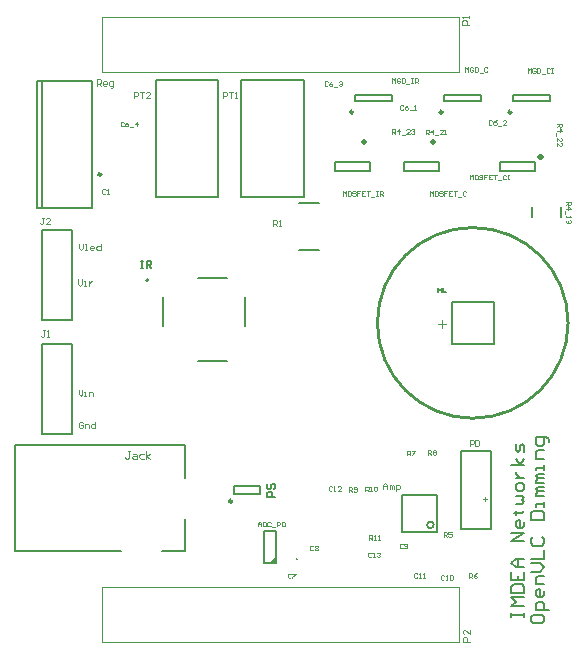
<source format=gto>
G04*
G04 #@! TF.GenerationSoftware,Altium Limited,Altium Designer,23.2.1 (34)*
G04*
G04 Layer_Color=65535*
%FSLAX44Y44*%
%MOMM*%
G71*
G04*
G04 #@! TF.SameCoordinates,98CE878A-1806-4984-BA15-9BEB6A1E334D*
G04*
G04*
G04 #@! TF.FilePolarity,Positive*
G04*
G01*
G75*
%ADD10C,0.2500*%
%ADD11C,0.1540*%
%ADD12C,0.2000*%
%ADD13C,0.2540*%
%ADD14C,0.1524*%
%ADD15C,0.0254*%
%ADD16C,0.1270*%
%ADD17C,0.1500*%
%ADD18C,0.0540*%
%ADD19C,0.0754*%
%ADD20C,0.1000*%
%ADD21C,0.0500*%
%ADD22C,0.5000*%
%ADD23C,0.0400*%
%ADD24C,0.1400*%
G36*
X227215Y74027D02*
X221605D01*
X227215Y79637D01*
Y74027D01*
D02*
G37*
D10*
X79385Y403293D02*
G03*
X79385Y403293I-1250J0D01*
G01*
X190235Y126493D02*
G03*
X190235Y126493I-1250J0D01*
G01*
X292694Y456047D02*
G03*
X292694Y456047I-1250J0D01*
G01*
X426549Y455871D02*
G03*
X426549Y455871I-1250J0D01*
G01*
X368402D02*
G03*
X368402Y455871I-1250J0D01*
G01*
D11*
X360857Y106489D02*
G03*
X360857Y106489I-2828J0D01*
G01*
X226404Y130138D02*
X219886D01*
Y133397D01*
X220972Y134483D01*
X223145D01*
X224231Y133397D01*
Y130138D01*
X220972Y141001D02*
X219886Y139915D01*
Y137742D01*
X220972Y136656D01*
X222059D01*
X223145Y137742D01*
Y139915D01*
X224231Y141001D01*
X225317D01*
X226404Y139915D01*
Y137742D01*
X225317Y136656D01*
D12*
X119388Y313529D02*
G03*
X119388Y313529I-1000J0D01*
G01*
X246448Y339223D02*
X263948D01*
X246448Y378723D02*
X263948D01*
X24635Y482193D02*
X71635D01*
X24635Y375193D02*
X71635D01*
Y482193D01*
X24635Y375193D02*
Y482193D01*
X29635Y375193D02*
Y482193D01*
X54485Y183145D02*
Y259345D01*
X29085D02*
X54485D01*
X29085Y183145D02*
Y259345D01*
Y183145D02*
X54485D01*
Y280146D02*
Y356346D01*
X29085D02*
X54485D01*
X29085Y280146D02*
Y356346D01*
Y280146D02*
X54485D01*
X334029Y100718D02*
Y131718D01*
X364029D01*
Y100718D02*
Y131718D01*
X334029Y100718D02*
X364029D01*
X191985Y138992D02*
X213985D01*
X191985Y132992D02*
X213985D01*
Y138992D01*
X191985Y132992D02*
Y138992D01*
X468447Y367557D02*
Y375557D01*
X444448Y367557D02*
Y375557D01*
X384151Y169452D02*
X409551D01*
X384151Y103350D02*
Y169452D01*
Y103350D02*
X409551D01*
Y169452D01*
X325194Y465547D02*
Y470547D01*
X294194D02*
X325194D01*
X294194Y465547D02*
X325194D01*
X294194D02*
Y470547D01*
X428049Y465371D02*
Y470371D01*
X459049Y465371D02*
Y470371D01*
X428049Y465371D02*
X459049D01*
X428049Y470371D02*
X459049D01*
X369903Y465371D02*
Y470371D01*
X400902Y465371D02*
Y470371D01*
X369903Y465371D02*
X400902D01*
X369903Y470371D02*
X400902D01*
D13*
X474679Y277494D02*
G03*
X474679Y277494I-80725J0D01*
G01*
D14*
X125711Y384379D02*
Y482931D01*
X178289D01*
X125711Y384379D02*
X178289D01*
Y482931D01*
X250676Y384379D02*
Y482931D01*
X198098D02*
X250676D01*
X198098Y384379D02*
Y482931D01*
Y384379D02*
X250676D01*
D15*
X80083Y489773D02*
Y536509D01*
Y489773D02*
X382446D01*
Y536509D01*
X80083D02*
X382446D01*
X80083Y53909D02*
X382446D01*
Y7173D02*
Y53909D01*
X80083Y7173D02*
X382446D01*
X80083D02*
Y53909D01*
D16*
X131388Y275230D02*
Y299730D01*
X161388Y245229D02*
X185888D01*
X201388Y275230D02*
Y299730D01*
X161388Y315230D02*
X185888D01*
X6124Y84042D02*
Y174045D01*
Y84042D02*
X96124D01*
X6124Y174045D02*
X150124D01*
Y146544D02*
Y174045D01*
X130625Y84042D02*
X150124D01*
Y111543D01*
X376051Y259405D02*
Y295404D01*
Y259405D02*
X412051D01*
Y295404D01*
X376051D02*
X412051D01*
X277672Y413366D02*
X306672D01*
X277672Y405746D02*
Y413366D01*
Y405746D02*
X306672D01*
Y413366D01*
X446340Y405843D02*
Y413463D01*
X417340Y405843D02*
X446340D01*
X417340D02*
Y413463D01*
X446340D01*
X364986Y405843D02*
Y413463D01*
X335985Y405843D02*
X364986D01*
X335985D02*
Y413463D01*
X364986D01*
X227215Y74027D02*
Y101026D01*
X217055D02*
X227215D01*
X217055Y74027D02*
Y101026D01*
Y74027D02*
X227215D01*
D17*
X426754Y28512D02*
Y32178D01*
Y30345D01*
X437750D01*
Y28512D01*
Y32178D01*
Y37676D02*
X426754D01*
X430420Y41341D01*
X426754Y45007D01*
X437750D01*
X426754Y48672D02*
X437750D01*
Y54170D01*
X435918Y56003D01*
X428587D01*
X426754Y54170D01*
Y48672D01*
Y67000D02*
Y59669D01*
X437750D01*
Y67000D01*
X432252Y59669D02*
Y63334D01*
X437750Y70665D02*
X430420D01*
X426754Y74331D01*
X430420Y77996D01*
X437750D01*
X432252D01*
Y70665D01*
X437750Y92658D02*
X426754D01*
X437750Y99989D01*
X426754D01*
X437750Y109153D02*
Y105487D01*
X435918Y103654D01*
X432252D01*
X430420Y105487D01*
Y109153D01*
X432252Y110985D01*
X434085D01*
Y103654D01*
X428587Y116484D02*
X430420D01*
Y114651D01*
Y118316D01*
Y116484D01*
X435918D01*
X437750Y118316D01*
X430420Y123814D02*
X435918D01*
X437750Y125647D01*
X435918Y127480D01*
X437750Y129313D01*
X435918Y131145D01*
X430420D01*
X437750Y136644D02*
Y140309D01*
X435918Y142142D01*
X432252D01*
X430420Y140309D01*
Y136644D01*
X432252Y134811D01*
X435918D01*
X437750Y136644D01*
X430420Y145807D02*
X437750D01*
X434085D01*
X432252Y147640D01*
X430420Y149473D01*
Y151306D01*
X437750Y156804D02*
X426754D01*
X434085D02*
X430420Y162302D01*
X434085Y156804D02*
X437750Y162302D01*
Y167800D02*
Y173299D01*
X435918Y175131D01*
X434085Y173299D01*
Y169633D01*
X432252Y167800D01*
X430420Y169633D01*
Y175131D01*
X443550Y28512D02*
Y24846D01*
X445382Y23014D01*
X452713D01*
X454546Y24846D01*
Y28512D01*
X452713Y30345D01*
X445382D01*
X443550Y28512D01*
X458212Y34010D02*
X447215D01*
Y39509D01*
X449048Y41341D01*
X452713D01*
X454546Y39509D01*
Y34010D01*
Y50505D02*
Y46839D01*
X452713Y45007D01*
X449048D01*
X447215Y46839D01*
Y50505D01*
X449048Y52338D01*
X450881D01*
Y45007D01*
X454546Y56003D02*
X447215D01*
Y61501D01*
X449048Y63334D01*
X454546D01*
X443550Y67000D02*
X450881D01*
X454546Y70665D01*
X450881Y74331D01*
X443550D01*
Y77996D02*
X454546D01*
Y85327D01*
X445382Y96323D02*
X443550Y94491D01*
Y90825D01*
X445382Y88993D01*
X452713D01*
X454546Y90825D01*
Y94491D01*
X452713Y96323D01*
X443550Y110985D02*
X454546D01*
Y116484D01*
X452713Y118316D01*
X445382D01*
X443550Y116484D01*
Y110985D01*
X454546Y121982D02*
Y125647D01*
Y123814D01*
X447215D01*
Y121982D01*
X454546Y131145D02*
X447215D01*
Y132978D01*
X449048Y134811D01*
X454546D01*
X449048D01*
X447215Y136644D01*
X449048Y138476D01*
X454546D01*
Y142142D02*
X447215D01*
Y143975D01*
X449048Y145807D01*
X454546D01*
X449048D01*
X447215Y147640D01*
X449048Y149473D01*
X454546D01*
Y153138D02*
Y156804D01*
Y154971D01*
X447215D01*
Y153138D01*
X454546Y162302D02*
X447215D01*
Y167800D01*
X449048Y169633D01*
X454546D01*
X458212Y176964D02*
Y178797D01*
X456379Y180630D01*
X447215D01*
Y175131D01*
X449048Y173299D01*
X452713D01*
X454546Y175131D01*
Y180630D01*
D18*
X60188Y220649D02*
Y217317D01*
X61854Y215651D01*
X63520Y217317D01*
Y220649D01*
X65186Y215651D02*
X66852D01*
X66019D01*
Y218983D01*
X65186D01*
X69351Y215651D02*
Y218983D01*
X71851D01*
X72684Y218150D01*
Y215651D01*
X63816Y192763D02*
X62983Y193596D01*
X61317D01*
X60484Y192763D01*
Y189430D01*
X61317Y188597D01*
X62983D01*
X63816Y189430D01*
Y191096D01*
X62150D01*
X65482Y188597D02*
Y191929D01*
X67982D01*
X68815Y191096D01*
Y188597D01*
X73813Y193596D02*
Y188597D01*
X71314D01*
X70481Y189430D01*
Y191096D01*
X71314Y191929D01*
X73813D01*
X224970Y359249D02*
Y364487D01*
X227590D01*
X228463Y363614D01*
Y361868D01*
X227590Y360995D01*
X224970D01*
X226716D02*
X228463Y359249D01*
X230209D02*
X231955D01*
X231082D01*
Y364487D01*
X230209Y363614D01*
X75657Y478430D02*
Y483668D01*
X78276D01*
X79149Y482795D01*
Y481049D01*
X78276Y480176D01*
X75657D01*
X77403D02*
X79149Y478430D01*
X83514D02*
X81768D01*
X80895Y479303D01*
Y481049D01*
X81768Y481922D01*
X83514D01*
X84387Y481049D01*
Y480176D01*
X80895D01*
X87879Y476684D02*
X88752D01*
X89625Y477557D01*
Y481922D01*
X87006D01*
X86133Y481049D01*
Y479303D01*
X87006Y478430D01*
X89625D01*
X31094Y366214D02*
X29348D01*
X30221D01*
Y361849D01*
X29348Y360976D01*
X28475D01*
X27602Y361849D01*
X36332Y360976D02*
X32840D01*
X36332Y364468D01*
Y365341D01*
X35459Y366214D01*
X33713D01*
X32840Y365341D01*
X32030Y271142D02*
X30284D01*
X31157D01*
Y266777D01*
X30284Y265904D01*
X29411D01*
X28538Y266777D01*
X33776Y265904D02*
X35522D01*
X34649D01*
Y271142D01*
X33776Y270269D01*
X318270Y137084D02*
Y140576D01*
X320016Y142322D01*
X321762Y140576D01*
Y137084D01*
Y139703D01*
X318270D01*
X323508Y137084D02*
Y140576D01*
X324381D01*
X325254Y139703D01*
Y137084D01*
Y139703D01*
X326127Y140576D01*
X327000Y139703D01*
Y137084D01*
X328746Y135338D02*
Y140576D01*
X331366D01*
X332239Y139703D01*
Y137957D01*
X331366Y137084D01*
X328746D01*
D19*
X60541Y344698D02*
Y341206D01*
X62287Y339460D01*
X64033Y341206D01*
Y344698D01*
X65779Y339460D02*
X67526D01*
X66652D01*
Y344698D01*
X65779D01*
X72764Y339460D02*
X71018D01*
X70145Y340333D01*
Y342079D01*
X71018Y342952D01*
X72764D01*
X73637Y342079D01*
Y341206D01*
X70145D01*
X78875Y344698D02*
Y339460D01*
X76256D01*
X75383Y340333D01*
Y342079D01*
X76256Y342952D01*
X78875D01*
X59704Y314296D02*
Y310804D01*
X61450Y309058D01*
X63197Y310804D01*
Y314296D01*
X64943Y309058D02*
X66689D01*
X65816D01*
Y312550D01*
X64943D01*
X69308D02*
Y309058D01*
Y310804D01*
X70181Y311677D01*
X71054Y312550D01*
X71927D01*
D20*
X364396Y276467D02*
X371060D01*
X367728Y279799D02*
Y273134D01*
X107425Y467629D02*
Y472628D01*
X109924D01*
X110757Y471795D01*
Y470129D01*
X109924Y469296D01*
X107425D01*
X112423Y472628D02*
X115756D01*
X114089D01*
Y467629D01*
X120754D02*
X117422D01*
X120754Y470962D01*
Y471795D01*
X119921Y472628D01*
X118255D01*
X117422Y471795D01*
X182838Y467763D02*
Y472762D01*
X185337D01*
X186170Y471929D01*
Y470263D01*
X185337Y469430D01*
X182838D01*
X187836Y472762D02*
X191168D01*
X189502D01*
Y467763D01*
X192834D02*
X194501D01*
X193668D01*
Y472762D01*
X192834Y471929D01*
D21*
X402275Y128130D02*
X405607D01*
X403941Y129796D02*
Y126464D01*
X391278Y173202D02*
Y178200D01*
X393777D01*
X394610Y177367D01*
Y175701D01*
X393777Y174868D01*
X391278D01*
X396276Y178200D02*
Y173202D01*
X398775D01*
X399608Y174035D01*
Y177367D01*
X398775Y178200D01*
X396276D01*
X244599Y77485D02*
X244885Y77771D01*
X244599Y78057D01*
X244314Y77771D01*
X244599Y77485D01*
X391460Y7703D02*
X385462D01*
Y10702D01*
X386462Y11702D01*
X388461D01*
X389461Y10702D01*
Y7703D01*
X391460Y17700D02*
Y13701D01*
X387462Y17700D01*
X386462D01*
X385462Y16700D01*
Y14701D01*
X386462Y13701D01*
X390957Y529585D02*
X384959D01*
Y532584D01*
X385959Y533583D01*
X387958D01*
X388958Y532584D01*
Y529585D01*
X390957Y535583D02*
Y537582D01*
Y536582D01*
X384959D01*
X385959Y535583D01*
X103672Y168668D02*
X101673D01*
X102672D01*
Y163670D01*
X101673Y162670D01*
X100673D01*
X99673Y163670D01*
X106671Y166669D02*
X108670D01*
X109670Y165669D01*
Y162670D01*
X106671D01*
X105671Y163670D01*
X106671Y164669D01*
X109670D01*
X115668Y166669D02*
X112669D01*
X111669Y165669D01*
Y163670D01*
X112669Y162670D01*
X115668D01*
X117667D02*
Y168668D01*
Y164669D02*
X120667Y166669D01*
X117667Y164669D02*
X120667Y162670D01*
D22*
X301767Y430758D02*
X301719Y430805D01*
X301672Y430758D01*
X301719Y430710D01*
X301767Y430758D01*
X451357Y418276D02*
X451310Y418323D01*
X451262Y418276D01*
X451310Y418228D01*
X451357Y418276D01*
X360081Y430855D02*
X360033Y430903D01*
X359986Y430855D01*
X360033Y430808D01*
X360081Y430855D01*
D23*
X83036Y390204D02*
X82370Y390871D01*
X81037D01*
X80371Y390204D01*
Y387538D01*
X81037Y386872D01*
X82370D01*
X83036Y387538D01*
X84369Y386872D02*
X85702D01*
X85036D01*
Y390871D01*
X84369Y390204D01*
X98473Y447110D02*
X97807Y447777D01*
X96474D01*
X95807Y447110D01*
Y444445D01*
X96474Y443778D01*
X97807D01*
X98473Y444445D01*
X102472Y447777D02*
X101139Y447110D01*
X99806Y445777D01*
Y444445D01*
X100472Y443778D01*
X101805D01*
X102472Y444445D01*
Y445111D01*
X101805Y445777D01*
X99806D01*
X103805Y443112D02*
X106470D01*
X109803Y443778D02*
Y447777D01*
X107803Y445777D01*
X110469D01*
X472987Y380092D02*
X476985D01*
Y378093D01*
X476319Y377426D01*
X474986D01*
X474319Y378093D01*
Y380092D01*
Y378759D02*
X472987Y377426D01*
Y374094D02*
X476985D01*
X474986Y376093D01*
Y373427D01*
X472320Y372095D02*
Y369429D01*
X472987Y368096D02*
Y366763D01*
Y367429D01*
X476985D01*
X476319Y368096D01*
Y364764D02*
X476985Y364097D01*
Y362764D01*
X476319Y362098D01*
X475652D01*
X474986Y362764D01*
Y363431D01*
Y362764D01*
X474319Y362098D01*
X473653D01*
X472987Y362764D01*
Y364097D01*
X473653Y364764D01*
X284076Y385055D02*
Y389054D01*
X285408Y387721D01*
X286741Y389054D01*
Y385055D01*
X290074Y389054D02*
X288741D01*
X288074Y388387D01*
Y385722D01*
X288741Y385055D01*
X290074D01*
X290740Y385722D01*
Y388387D01*
X290074Y389054D01*
X294739Y388387D02*
X294072Y389054D01*
X292740D01*
X292073Y388387D01*
Y387721D01*
X292740Y387055D01*
X294072D01*
X294739Y386388D01*
Y385722D01*
X294072Y385055D01*
X292740D01*
X292073Y385722D01*
X298738Y389054D02*
X296072D01*
Y387055D01*
X297405D01*
X296072D01*
Y385055D01*
X302736Y389054D02*
X300070D01*
Y385055D01*
X302736D01*
X300070Y387055D02*
X301403D01*
X304069Y389054D02*
X306735D01*
X305402D01*
Y385055D01*
X308068Y384389D02*
X310734D01*
X312066Y389054D02*
X313399D01*
X312733D01*
Y385055D01*
X312066D01*
X313399D01*
X315399D02*
Y389054D01*
X317398D01*
X318065Y388387D01*
Y387055D01*
X317398Y386388D01*
X315399D01*
X316732D02*
X318065Y385055D01*
X271171Y481349D02*
X270505Y482015D01*
X269172D01*
X268505Y481349D01*
Y478683D01*
X269172Y478016D01*
X270505D01*
X271171Y478683D01*
X275170Y482015D02*
X273837Y481349D01*
X272504Y480016D01*
Y478683D01*
X273170Y478016D01*
X274503D01*
X275170Y478683D01*
Y479349D01*
X274503Y480016D01*
X272504D01*
X276503Y477350D02*
X279168D01*
X280501Y481349D02*
X281168Y482015D01*
X282501D01*
X283167Y481349D01*
Y480682D01*
X282501Y480016D01*
X281834D01*
X282501D01*
X283167Y479349D01*
Y478683D01*
X282501Y478016D01*
X281168D01*
X280501Y478683D01*
X325691Y480427D02*
Y484426D01*
X327024Y483093D01*
X328356Y484426D01*
Y480427D01*
X332355Y483759D02*
X331689Y484426D01*
X330356D01*
X329689Y483759D01*
Y481094D01*
X330356Y480427D01*
X331689D01*
X332355Y481094D01*
Y482426D01*
X331022D01*
X333688Y484426D02*
Y480427D01*
X335687D01*
X336354Y481094D01*
Y483759D01*
X335687Y484426D01*
X333688D01*
X337687Y479761D02*
X340353D01*
X341685Y484426D02*
X343018D01*
X342352D01*
Y480427D01*
X341685D01*
X343018D01*
X345018D02*
Y484426D01*
X347017D01*
X347683Y483759D01*
Y482426D01*
X347017Y481760D01*
X345018D01*
X346351D02*
X347683Y480427D01*
X325809Y437600D02*
Y441599D01*
X327809D01*
X328475Y440933D01*
Y439600D01*
X327809Y438933D01*
X325809D01*
X327142D02*
X328475Y437600D01*
X331807D02*
Y441599D01*
X329808Y439600D01*
X332474D01*
X333807Y436934D02*
X336473D01*
X340471Y437600D02*
X337805D01*
X340471Y440266D01*
Y440933D01*
X339805Y441599D01*
X338472D01*
X337805Y440933D01*
X341804D02*
X342471Y441599D01*
X343803D01*
X344470Y440933D01*
Y440266D01*
X343803Y439600D01*
X343137D01*
X343803D01*
X344470Y438933D01*
Y438267D01*
X343803Y437600D01*
X342471D01*
X341804Y438267D01*
X465479Y446189D02*
X469478D01*
Y444190D01*
X468811Y443523D01*
X467478D01*
X466812Y444190D01*
Y446189D01*
Y444856D02*
X465479Y443523D01*
Y440191D02*
X469478D01*
X467478Y442191D01*
Y439525D01*
X464813Y438192D02*
Y435526D01*
X465479Y431527D02*
Y434193D01*
X468145Y431527D01*
X468811D01*
X469478Y432194D01*
Y433527D01*
X468811Y434193D01*
X465479Y427529D02*
Y430194D01*
X468145Y427529D01*
X468811D01*
X469478Y428195D01*
Y429528D01*
X468811Y430194D01*
X354033Y437075D02*
Y441073D01*
X356033D01*
X356699Y440407D01*
Y439074D01*
X356033Y438408D01*
X354033D01*
X355366D02*
X356699Y437075D01*
X360031D02*
Y441073D01*
X358032Y439074D01*
X360698D01*
X362031Y436408D02*
X364697D01*
X368695Y437075D02*
X366029D01*
X368695Y439740D01*
Y440407D01*
X368029Y441073D01*
X366696D01*
X366029Y440407D01*
X370028Y437075D02*
X371361D01*
X370695D01*
Y441073D01*
X370028Y440407D01*
X391498Y398926D02*
Y402924D01*
X392831Y401591D01*
X394164Y402924D01*
Y398926D01*
X397496Y402924D02*
X396163D01*
X395496Y402258D01*
Y399592D01*
X396163Y398926D01*
X397496D01*
X398162Y399592D01*
Y402258D01*
X397496Y402924D01*
X402161Y402258D02*
X401494Y402924D01*
X400162D01*
X399495Y402258D01*
Y401591D01*
X400162Y400925D01*
X401494D01*
X402161Y400258D01*
Y399592D01*
X401494Y398926D01*
X400162D01*
X399495Y399592D01*
X406160Y402924D02*
X403494D01*
Y400925D01*
X404827D01*
X403494D01*
Y398926D01*
X410158Y402924D02*
X407492D01*
Y398926D01*
X410158D01*
X407492Y400925D02*
X408825D01*
X411491Y402924D02*
X414157D01*
X412824D01*
Y398926D01*
X415490Y398259D02*
X418156D01*
X422154Y402258D02*
X421488Y402924D01*
X420155D01*
X419489Y402258D01*
Y399592D01*
X420155Y398926D01*
X421488D01*
X422154Y399592D01*
X423487Y402924D02*
X424820D01*
X424154D01*
Y398926D01*
X423487D01*
X424820D01*
X440416Y488943D02*
Y492941D01*
X441749Y491609D01*
X443082Y492941D01*
Y488943D01*
X447081Y492275D02*
X446415Y492941D01*
X445082D01*
X444415Y492275D01*
Y489609D01*
X445082Y488943D01*
X446415D01*
X447081Y489609D01*
Y490942D01*
X445748D01*
X448414Y492941D02*
Y488943D01*
X450413D01*
X451080Y489609D01*
Y492275D01*
X450413Y492941D01*
X448414D01*
X452413Y488276D02*
X455078D01*
X459077Y492275D02*
X458411Y492941D01*
X457078D01*
X456411Y492275D01*
Y489609D01*
X457078Y488943D01*
X458411D01*
X459077Y489609D01*
X460410Y492941D02*
X461743D01*
X461076D01*
Y488943D01*
X460410D01*
X461743D01*
X387687Y489892D02*
Y493890D01*
X389019Y492557D01*
X390352Y493890D01*
Y489892D01*
X394351Y493224D02*
X393685Y493890D01*
X392352D01*
X391685Y493224D01*
Y490558D01*
X392352Y489892D01*
X393685D01*
X394351Y490558D01*
Y491891D01*
X393018D01*
X395684Y493890D02*
Y489892D01*
X397683D01*
X398350Y490558D01*
Y493224D01*
X397683Y493890D01*
X395684D01*
X399683Y489225D02*
X402348D01*
X406347Y493224D02*
X405681Y493890D01*
X404348D01*
X403681Y493224D01*
Y490558D01*
X404348Y489892D01*
X405681D01*
X406347Y490558D01*
X410080Y448593D02*
X409414Y449260D01*
X408081D01*
X407415Y448593D01*
Y445928D01*
X408081Y445261D01*
X409414D01*
X410080Y445928D01*
X414079Y449260D02*
X412746Y448593D01*
X411413Y447261D01*
Y445928D01*
X412080Y445261D01*
X413413D01*
X414079Y445928D01*
Y446594D01*
X413413Y447261D01*
X411413D01*
X415412Y444595D02*
X418078D01*
X422076Y445261D02*
X419411D01*
X422076Y447927D01*
Y448593D01*
X421410Y449260D01*
X420077D01*
X419411Y448593D01*
X335198Y461440D02*
X334532Y462107D01*
X333199D01*
X332532Y461440D01*
Y458774D01*
X333199Y458108D01*
X334532D01*
X335198Y458774D01*
X339197Y462107D02*
X337864Y461440D01*
X336531Y460107D01*
Y458774D01*
X337197Y458108D01*
X338530D01*
X339197Y458774D01*
Y459441D01*
X338530Y460107D01*
X336531D01*
X340530Y457441D02*
X343195D01*
X344528Y458108D02*
X345861D01*
X345195D01*
Y462107D01*
X344528Y461440D01*
X308324Y82388D02*
X307657Y83054D01*
X306325D01*
X305658Y82388D01*
Y79722D01*
X306325Y79056D01*
X307657D01*
X308324Y79722D01*
X309657Y79056D02*
X310990D01*
X310323D01*
Y83054D01*
X309657Y82388D01*
X312989D02*
X313655Y83054D01*
X314988D01*
X315655Y82388D01*
Y81721D01*
X314988Y81055D01*
X314322D01*
X314988D01*
X315655Y80388D01*
Y79722D01*
X314988Y79056D01*
X313655D01*
X312989Y79722D01*
X303106Y134923D02*
Y138921D01*
X305105D01*
X305772Y138255D01*
Y136922D01*
X305105Y136255D01*
X303106D01*
X304439D02*
X305772Y134923D01*
X307104D02*
X308437D01*
X307771D01*
Y138921D01*
X307104Y138255D01*
X310437D02*
X311103Y138921D01*
X312436D01*
X313103Y138255D01*
Y135589D01*
X312436Y134923D01*
X311103D01*
X310437Y135589D01*
Y138255D01*
X274780Y138502D02*
X274114Y139168D01*
X272781D01*
X272115Y138502D01*
Y135836D01*
X272781Y135169D01*
X274114D01*
X274780Y135836D01*
X276113Y135169D02*
X277446D01*
X276780D01*
Y139168D01*
X276113Y138502D01*
X282111Y135169D02*
X279445D01*
X282111Y137835D01*
Y138502D01*
X281445Y139168D01*
X280112D01*
X279445Y138502D01*
X212108Y105141D02*
Y107807D01*
X213440Y109140D01*
X214773Y107807D01*
Y105141D01*
Y107141D01*
X212108D01*
X216106Y109140D02*
Y105141D01*
X218106D01*
X218772Y105808D01*
Y108474D01*
X218106Y109140D01*
X216106D01*
X222771Y108474D02*
X222104Y109140D01*
X220771D01*
X220105Y108474D01*
Y105808D01*
X220771Y105141D01*
X222104D01*
X222771Y105808D01*
X224104Y104475D02*
X226769D01*
X228102Y105141D02*
Y109140D01*
X230102D01*
X230768Y108474D01*
Y107141D01*
X230102Y106474D01*
X228102D01*
X232101Y109140D02*
Y105141D01*
X234100D01*
X234767Y105808D01*
Y108474D01*
X234100Y109140D01*
X232101D01*
X357739Y385055D02*
Y389054D01*
X359072Y387721D01*
X360405Y389054D01*
Y385055D01*
X363737Y389054D02*
X362404D01*
X361738Y388387D01*
Y385722D01*
X362404Y385055D01*
X363737D01*
X364403Y385722D01*
Y388387D01*
X363737Y389054D01*
X368402Y388387D02*
X367736Y389054D01*
X366403D01*
X365736Y388387D01*
Y387721D01*
X366403Y387055D01*
X367736D01*
X368402Y386388D01*
Y385722D01*
X367736Y385055D01*
X366403D01*
X365736Y385722D01*
X372401Y389054D02*
X369735D01*
Y387055D01*
X371068D01*
X369735D01*
Y385055D01*
X376399Y389054D02*
X373734D01*
Y385055D01*
X376399D01*
X373734Y387055D02*
X375067D01*
X377732Y389054D02*
X380398D01*
X379065D01*
Y385055D01*
X381731Y384389D02*
X384397D01*
X388396Y388387D02*
X387729Y389054D01*
X386396D01*
X385730Y388387D01*
Y385722D01*
X386396Y385055D01*
X387729D01*
X388396Y385722D01*
X334645Y89879D02*
X333979Y90545D01*
X332646D01*
X331980Y89879D01*
Y87213D01*
X332646Y86546D01*
X333979D01*
X334645Y87213D01*
X335978D02*
X336645Y86546D01*
X337978D01*
X338644Y87213D01*
Y89879D01*
X337978Y90545D01*
X336645D01*
X335978Y89879D01*
Y89212D01*
X336645Y88546D01*
X338644D01*
X369746Y62975D02*
X369079Y63641D01*
X367746D01*
X367080Y62975D01*
Y60309D01*
X367746Y59642D01*
X369079D01*
X369746Y60309D01*
X371078Y59642D02*
X372411D01*
X371745D01*
Y63641D01*
X371078Y62975D01*
X374411D02*
X375077Y63641D01*
X376410D01*
X377077Y62975D01*
Y60309D01*
X376410Y59642D01*
X375077D01*
X374411Y60309D01*
Y62975D01*
X347145Y64952D02*
X346478Y65619D01*
X345145D01*
X344479Y64952D01*
Y62286D01*
X345145Y61620D01*
X346478D01*
X347145Y62286D01*
X348477Y61620D02*
X349810D01*
X349144D01*
Y65619D01*
X348477Y64952D01*
X351810Y61620D02*
X353143D01*
X352476D01*
Y65619D01*
X351810Y64952D01*
X369340Y96369D02*
Y100368D01*
X371339D01*
X372006Y99701D01*
Y98369D01*
X371339Y97702D01*
X369340D01*
X370673D02*
X372006Y96369D01*
X376004Y100368D02*
X373339D01*
Y98369D01*
X374672Y99035D01*
X375338D01*
X376004Y98369D01*
Y97036D01*
X375338Y96369D01*
X374005D01*
X373339Y97036D01*
X390811Y61337D02*
Y65336D01*
X392810D01*
X393477Y64670D01*
Y63337D01*
X392810Y62670D01*
X390811D01*
X392144D02*
X393477Y61337D01*
X397476Y65336D02*
X396143Y64670D01*
X394810Y63337D01*
Y62004D01*
X395476Y61337D01*
X396809D01*
X397476Y62004D01*
Y62670D01*
X396809Y63337D01*
X394810D01*
X338546Y165303D02*
Y169301D01*
X340545D01*
X341212Y168635D01*
Y167302D01*
X340545Y166635D01*
X338546D01*
X339879D02*
X341212Y165303D01*
X342545Y169301D02*
X345210D01*
Y168635D01*
X342545Y165969D01*
Y165303D01*
X356062Y165868D02*
Y169866D01*
X358061D01*
X358728Y169200D01*
Y167867D01*
X358061Y167200D01*
X356062D01*
X357395D02*
X358728Y165868D01*
X360061Y169200D02*
X360727Y169866D01*
X362060D01*
X362726Y169200D01*
Y168533D01*
X362060Y167867D01*
X362726Y167200D01*
Y166534D01*
X362060Y165868D01*
X360727D01*
X360061Y166534D01*
Y167200D01*
X360727Y167867D01*
X360061Y168533D01*
Y169200D01*
X360727Y167867D02*
X362060D01*
X289138Y134509D02*
Y138508D01*
X291137D01*
X291803Y137841D01*
Y136508D01*
X291137Y135842D01*
X289138D01*
X290471D02*
X291803Y134509D01*
X293136Y135175D02*
X293803Y134509D01*
X295136D01*
X295802Y135175D01*
Y137841D01*
X295136Y138508D01*
X293803D01*
X293136Y137841D01*
Y137175D01*
X293803Y136508D01*
X295802D01*
X306391Y93815D02*
Y97813D01*
X308390D01*
X309056Y97147D01*
Y95814D01*
X308390Y95148D01*
X306391D01*
X307724D02*
X309056Y93815D01*
X310389D02*
X311722D01*
X311056D01*
Y97813D01*
X310389Y97147D01*
X313722Y93815D02*
X315055D01*
X314388D01*
Y97813D01*
X313722Y97147D01*
X240005Y64629D02*
X239338Y65295D01*
X238005D01*
X237339Y64629D01*
Y61963D01*
X238005Y61297D01*
X239338D01*
X240005Y61963D01*
X241338Y65295D02*
X244003D01*
Y64629D01*
X241338Y61963D01*
Y61297D01*
X259032Y88206D02*
X258365Y88872D01*
X257032D01*
X256366Y88206D01*
Y85540D01*
X257032Y84873D01*
X258365D01*
X259032Y85540D01*
X260364Y88206D02*
X261031Y88872D01*
X262364D01*
X263030Y88206D01*
Y87539D01*
X262364Y86873D01*
X263030Y86206D01*
Y85540D01*
X262364Y84873D01*
X261031D01*
X260364Y85540D01*
Y86206D01*
X261031Y86873D01*
X260364Y87539D01*
Y88206D01*
X261031Y86873D02*
X262364D01*
D24*
X112904Y330254D02*
X114903D01*
X113904D01*
Y324256D01*
X112904D01*
X114903D01*
X117902D02*
Y330254D01*
X120901D01*
X121901Y329254D01*
Y327255D01*
X120901Y326255D01*
X117902D01*
X119902D02*
X121901Y324256D01*
X364834Y307241D02*
Y303242D01*
Y305241D01*
X367500D01*
Y307241D01*
Y303242D01*
X368833Y307241D02*
Y303242D01*
X371498D01*
M02*

</source>
